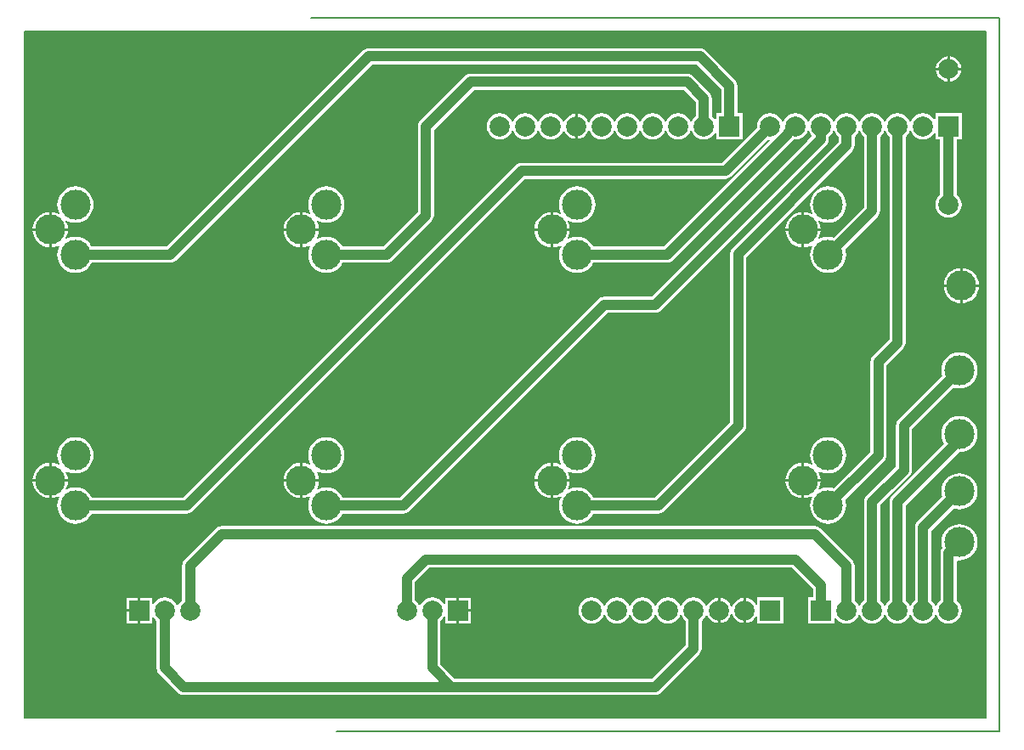
<source format=gbl>
%FSTAX23Y23*%
%MOMM*%
%SFA1B1*%

%IPPOS*%
%ADD10C,0.999998*%
%ADD11C,0.127000*%
%ADD12C,2.999994*%
%ADD13C,1.999996*%
%ADD14R,1.999996X1.999996*%
%ADD15C,0.253999*%
%ADD16C,0.507999*%
%ADD17C,1.015998*%
%ADD18C,2.031996*%
%ADD19C,4.063992*%
%ADD20C,8.127984*%
%ADD21C,16.255967*%
%LNmzeggai1-1*%
%LPD*%
G54D11*
X97726Y2305D02*
X01968D01*
Y91503*
X97726*
Y2305*
G54D15*
X97599Y23177D02*
X02095D01*
Y91376*
X97599*
Y23177*
G54D16*
X97345Y23431D02*
X02349D01*
Y91122*
X97345*
Y23431*
G54D17*
X96837Y23939D02*
X02857D01*
Y90614*
X96837*
Y23939*
G54D18*
X95821Y24955D02*
X03873D01*
Y89598*
X95821*
Y24955*
G54D19*
X93789Y26987D02*
X05905D01*
Y87566*
X93789*
Y26987*
G54D20*
X89725Y31051D02*
X09969D01*
Y83502*
X89725*
Y31051*
G54D21*
X81597Y39179D02*
X18097D01*
Y75374*
X81597*
Y39179*
X73469Y47307D02*
X26225D01*
Y67246*
X73469*
Y47307*
X65341Y55435D02*
X34353D01*
Y59118*
X65341*
Y55435*
%LNmzeggai1-2*%
%LPC*%
G36*
X79352Y48491D02*
X79135Y4847D01*
X78805Y48369*
X785Y48206*
X78233Y47987*
X78014Y4772*
X77851Y47415*
X7775Y47085*
X77729Y46868*
X79352*
Y48491*
G37*
G36*
X06979Y5105D02*
X06626Y51015D01*
X06287Y50912*
X05974Y50745*
X057Y5052*
X05475Y50246*
X05308Y49933*
X05205Y49594*
X0517Y49241*
X05205Y48888*
X05308Y48549*
X05401Y48375*
X05311Y48285*
X05153Y48369*
X04823Y4847*
X04606Y48491*
Y46868*
X06229*
X06208Y47085*
X06107Y47415*
X06023Y47573*
X06113Y47663*
X06287Y4757*
X06626Y47467*
X06979Y47432*
X07332Y47467*
X07671Y4757*
X07984Y47737*
X08258Y47962*
X08483Y48236*
X0865Y48549*
X08753Y48888*
X08788Y49241*
X08753Y49594*
X0865Y49933*
X08483Y50246*
X08258Y5052*
X07984Y50745*
X07671Y50912*
X07332Y51015*
X06979Y5105*
G37*
G36*
X54352Y48491D02*
X54135Y4847D01*
X53805Y48369*
X535Y48206*
X53233Y47987*
X53014Y4772*
X52851Y47415*
X5275Y47085*
X52729Y46868*
X54352*
Y48491*
G37*
G36*
X04352D02*
X04135Y4847D01*
X03805Y48369*
X035Y48206*
X03233Y47987*
X03014Y4772*
X02851Y47415*
X0275Y47085*
X02729Y46868*
X04352*
Y48491*
G37*
G36*
X29352D02*
X29135Y4847D01*
X28805Y48369*
X285Y48206*
X28233Y47987*
X28014Y4772*
X27851Y47415*
X2775Y47085*
X27729Y46868*
X29352*
Y48491*
G37*
G36*
X95059Y59529D02*
X94706Y59494D01*
X94366Y59392*
X94054Y59224*
X9378Y58999*
X93555Y58725*
X93387Y58413*
X93285Y58073*
X9325Y57721*
X93285Y57368*
X9335Y57153*
X88963Y52767*
X88835Y52599*
X88755Y52405*
X88727Y52196*
Y48085*
X85788Y45147*
X8566Y44979*
X8558Y44785*
X85552Y44576*
Y348*
X85432Y34708*
X85223Y34437*
X85153Y34265*
X85025*
X84955Y34437*
X84746Y34708*
X84626Y348*
Y38226*
X84598Y38435*
X84518Y38629*
X8439Y38797*
X81215Y41972*
X81047Y421*
X80853Y4218*
X80644Y42208*
X21589*
X2138Y4218*
X21186Y421*
X21018Y41972*
X17843Y38797*
X17715Y38629*
X17635Y38435*
X17607Y38226*
Y348*
X17487Y34708*
X17278Y34437*
X17207Y34265*
X1708*
X1701Y34437*
X16801Y34708*
X1653Y34917*
X16213Y35048*
X15874Y35092*
X15535Y35048*
X15218Y34917*
X14947Y34708*
X14738Y34437*
X14713Y34374*
X14588Y34399*
Y35035*
X13461*
Y33781*
Y32527*
X14588*
Y33163*
X14713Y33188*
X14738Y33125*
X14947Y32854*
X15067Y32762*
Y28066*
X15095Y27857*
X15175Y27663*
X15303Y27495*
X17208Y2559*
X17376Y25462*
X1757Y25382*
X17779Y25354*
X64769*
X64978Y25382*
X65172Y25462*
X6534Y2559*
X6915Y294*
X69278Y29568*
X69358Y29762*
X69386Y29971*
Y32762*
X69506Y32854*
X69715Y33125*
X6981Y33357*
X69937*
X70024Y33149*
X70225Y32887*
X70487Y32686*
X70792Y32559*
X70992Y32533*
Y33781*
Y35029*
X70792Y35003*
X70487Y34876*
X70225Y34675*
X70024Y34413*
X69937Y34205*
X6981*
X69715Y34437*
X69506Y34708*
X69235Y34917*
X68918Y35048*
X68579Y35092*
X6824Y35048*
X67923Y34917*
X67652Y34708*
X67443Y34437*
X67372Y34265*
X67245*
X67175Y34437*
X66966Y34708*
X66695Y34917*
X66378Y35048*
X66039Y35092*
X657Y35048*
X65383Y34917*
X65112Y34708*
X64903Y34437*
X64833Y34265*
X64705*
X64635Y34437*
X64426Y34708*
X64155Y34917*
X63838Y35048*
X63499Y35092*
X6316Y35048*
X62843Y34917*
X62572Y34708*
X62363Y34437*
X62292Y34265*
X62166*
X62095Y34437*
X61886Y34708*
X61615Y34917*
X61298Y35048*
X60959Y35092*
X6062Y35048*
X60303Y34917*
X60032Y34708*
X59823Y34437*
X59753Y34265*
X59625*
X59555Y34437*
X59346Y34708*
X59075Y34917*
X58758Y35048*
X58419Y35092*
X5808Y35048*
X57763Y34917*
X57492Y34708*
X57283Y34437*
X57152Y3412*
X57108Y33781*
X57152Y33442*
X57283Y33125*
X57492Y32854*
X57763Y32645*
X5808Y32514*
X58419Y3247*
X58758Y32514*
X59075Y32645*
X59346Y32854*
X59555Y33125*
X59625Y33297*
X59753*
X59823Y33125*
X60032Y32854*
X60303Y32645*
X6062Y32514*
X60959Y3247*
X61298Y32514*
X61615Y32645*
X61886Y32854*
X62095Y33125*
X62166Y33297*
X62292*
X62363Y33125*
X62572Y32854*
X62843Y32645*
X6316Y32514*
X63499Y3247*
X63838Y32514*
X64155Y32645*
X64426Y32854*
X64635Y33125*
X64705Y33297*
X64833*
X64903Y33125*
X65112Y32854*
X65383Y32645*
X657Y32514*
X66039Y3247*
X66378Y32514*
X66695Y32645*
X66966Y32854*
X67175Y33125*
X67245Y33297*
X67372*
X67443Y33125*
X67652Y32854*
X67772Y32762*
Y30305*
X64435Y26968*
X44783*
X43351Y284*
Y32762*
X43471Y32854*
X4368Y33125*
X43705Y33188*
X4383Y33163*
Y32527*
X44957*
Y33781*
Y35035*
X4383*
Y34399*
X43705Y34374*
X4368Y34437*
X43471Y34708*
X432Y34917*
X42883Y35048*
X42544Y35092*
X42205Y35048*
X41888Y34917*
X41617Y34708*
X41408Y34437*
X41338Y34265*
X4121*
X4114Y34437*
X40931Y34708*
X40811Y348*
Y36622*
X42243Y38054*
X78405*
X80472Y35987*
Y35081*
X79979*
Y32481*
X82579*
Y33064*
X82699Y33105*
X82892Y32854*
X83163Y32645*
X8348Y32514*
X83819Y3247*
X84158Y32514*
X84475Y32645*
X84746Y32854*
X84955Y33125*
X85025Y33297*
X85153*
X85223Y33125*
X85432Y32854*
X85703Y32645*
X8602Y32514*
X86359Y3247*
X86698Y32514*
X87015Y32645*
X87286Y32854*
X87495Y33125*
X87565Y33297*
X87692*
X87763Y33125*
X87972Y32854*
X88243Y32645*
X8856Y32514*
X88899Y3247*
X89238Y32514*
X89555Y32645*
X89826Y32854*
X90035Y33125*
X90105Y33297*
X90232*
X90303Y33125*
X90512Y32854*
X90783Y32645*
X911Y32514*
X91439Y3247*
X91778Y32514*
X92095Y32645*
X92366Y32854*
X92575Y33125*
X92645Y33297*
X92772*
X92843Y33125*
X93052Y32854*
X93323Y32645*
X9364Y32514*
X93979Y3247*
X94318Y32514*
X94635Y32645*
X94906Y32854*
X95115Y33125*
X95246Y33442*
X9529Y33781*
X95246Y3412*
X95115Y34437*
X94906Y34708*
X94786Y348*
Y38699*
X9488Y38784*
X95059Y38767*
X95411Y38802*
X95751Y38904*
X96063Y39072*
X96337Y39297*
X96562Y39571*
X9673Y39883*
X96832Y40223*
X96867Y40575*
X96832Y40928*
X9673Y41268*
X96562Y4158*
X96337Y41854*
X96063Y42079*
X95751Y42247*
X95411Y42349*
X95059Y42384*
X94706Y42349*
X94366Y42247*
X94054Y42079*
X9378Y41854*
X93555Y4158*
X93387Y41268*
X93285Y40928*
X9325Y40575*
X93285Y40223*
X93354Y39995*
X9328Y39899*
X932Y39705*
X93172Y39496*
Y348*
X93052Y34708*
X92843Y34437*
X92772Y34265*
X92645*
X92575Y34437*
X92366Y34708*
X92246Y348*
Y41702*
X94491Y43947*
X94706Y43882*
X95059Y43847*
X95411Y43882*
X95751Y43984*
X96063Y44152*
X96337Y44377*
X96562Y44651*
X9673Y44963*
X96832Y45303*
X96867Y45656*
X96832Y46008*
X9673Y46348*
X96562Y4666*
X96337Y46934*
X96063Y47159*
X95751Y47327*
X95411Y47429*
X95059Y47464*
X94706Y47429*
X94366Y47327*
X94054Y47159*
X9378Y46934*
X93555Y4666*
X93387Y46348*
X93285Y46008*
X9325Y45656*
X93285Y45303*
X9335Y45088*
X90868Y42607*
X9074Y42439*
X9066Y42245*
X90632Y42036*
Y348*
X90512Y34708*
X90303Y34437*
X90232Y34265*
X90105*
X90035Y34437*
X89826Y34708*
X89706Y348*
Y44242*
X95029Y49565*
X95059Y49562*
X95411Y49597*
X95751Y49699*
X96063Y49867*
X96337Y50092*
X96562Y50366*
X9673Y50678*
X96832Y51018*
X96867Y5137*
X96832Y51723*
X9673Y52063*
X96562Y52375*
X96337Y52649*
X96063Y52874*
X95751Y53042*
X95411Y53144*
X95059Y53179*
X94706Y53144*
X94366Y53042*
X94054Y52874*
X9378Y52649*
X93555Y52375*
X93387Y52063*
X93285Y51723*
X9325Y5137*
X93285Y51018*
X93387Y50678*
X93552Y5037*
X88328Y45147*
X882Y44979*
X8812Y44785*
X88092Y44576*
Y348*
X87972Y34708*
X87763Y34437*
X87692Y34265*
X87565*
X87495Y34437*
X87286Y34708*
X87166Y348*
Y44242*
X90105Y4718*
X90233Y47348*
X90313Y47542*
X90341Y47751*
Y51862*
X94491Y56012*
X94706Y55947*
X95059Y55912*
X95411Y55947*
X95751Y56049*
X96063Y56217*
X96337Y56442*
X96562Y56716*
X9673Y57028*
X96832Y57368*
X96867Y57721*
X96832Y58073*
X9673Y58413*
X96562Y58725*
X96337Y58999*
X96063Y59224*
X95751Y59392*
X95411Y59494*
X95059Y59529*
G37*
G36*
X95122Y66039D02*
X93499D01*
X9352Y65822*
X93621Y65492*
X93784Y65187*
X94003Y6492*
X9427Y64701*
X94575Y64538*
X94905Y64437*
X95122Y64416*
Y66039*
G37*
G36*
X81979Y5105D02*
X81626Y51015D01*
X81287Y50912*
X80974Y50745*
X807Y5052*
X80475Y50246*
X80308Y49933*
X80205Y49594*
X8017Y49241*
X80205Y48888*
X80308Y48549*
X80401Y48375*
X80311Y48285*
X80153Y48369*
X79823Y4847*
X79606Y48491*
Y46868*
X81229*
X81208Y47085*
X81107Y47415*
X81023Y47573*
X81113Y47663*
X81287Y4757*
X81626Y47467*
X81979Y47432*
X82332Y47467*
X82671Y4757*
X82984Y47737*
X83258Y47962*
X83483Y48236*
X8365Y48549*
X83753Y48888*
X83788Y49241*
X83753Y49594*
X8365Y49933*
X83483Y50246*
X83258Y5052*
X82984Y50745*
X82671Y50912*
X82332Y51015*
X81979Y5105*
G37*
G36*
X31979D02*
X31626Y51015D01*
X31287Y50912*
X30974Y50745*
X307Y5052*
X30475Y50246*
X30308Y49933*
X30205Y49594*
X3017Y49241*
X30205Y48888*
X30308Y48549*
X30401Y48375*
X30311Y48285*
X30153Y48369*
X29823Y4847*
X29606Y48491*
Y46868*
X31229*
X31208Y47085*
X31107Y47415*
X31023Y47573*
X31113Y47663*
X31287Y4757*
X31626Y47467*
X31979Y47432*
X32332Y47467*
X32671Y4757*
X32984Y47737*
X33258Y47962*
X33483Y48236*
X3365Y48549*
X33753Y48888*
X33788Y49241*
X33753Y49594*
X3365Y49933*
X33483Y50246*
X33258Y5052*
X32984Y50745*
X32671Y50912*
X32332Y51015*
X31979Y5105*
G37*
G36*
X56979D02*
X56626Y51015D01*
X56287Y50912*
X55974Y50745*
X557Y5052*
X55475Y50246*
X55308Y49933*
X55205Y49594*
X5517Y49241*
X55205Y48888*
X55308Y48549*
X55401Y48375*
X55311Y48285*
X55153Y48369*
X54823Y4847*
X54606Y48491*
Y46868*
X56229*
X56208Y47085*
X56107Y47415*
X56023Y47573*
X56113Y47663*
X56287Y4757*
X56626Y47467*
X56979Y47432*
X57332Y47467*
X57671Y4757*
X57984Y47737*
X58258Y47962*
X58483Y48236*
X5865Y48549*
X58753Y48888*
X58788Y49241*
X58753Y49594*
X5865Y49933*
X58483Y50246*
X58258Y5052*
X57984Y50745*
X57671Y50912*
X57332Y51015*
X56979Y5105*
G37*
G36*
X46338Y35035D02*
X45211D01*
Y33908*
X46338*
Y35035*
G37*
G36*
X73532Y35029D02*
X73332Y35003D01*
X73027Y34876*
X72765Y34675*
X72564Y34413*
X72452Y34145*
X72325*
X72214Y34413*
X72013Y34675*
X71751Y34876*
X71446Y35003*
X71246Y35029*
Y33781*
Y32533*
X71446Y32559*
X71751Y32686*
X72013Y32887*
X72214Y33149*
X72325Y33417*
X72452*
X72564Y33149*
X72765Y32887*
X73027Y32686*
X73332Y32559*
X73532Y32533*
Y33781*
Y35029*
G37*
G36*
X13207Y35035D02*
X1208D01*
Y33908*
X13207*
Y35035*
G37*
G36*
Y33654D02*
X1208D01*
Y32527*
X13207*
Y33654*
G37*
G36*
X46338D02*
X45211D01*
Y32527*
X46338*
Y33654*
G37*
G36*
X54352Y46614D02*
X52729D01*
X5275Y46397*
X52851Y46067*
X53014Y45762*
X53233Y45495*
X535Y45276*
X53805Y45113*
X54135Y45012*
X54352Y44991*
Y46614*
G37*
G36*
X79352D02*
X77729D01*
X7775Y46397*
X77851Y46067*
X78014Y45762*
X78233Y45495*
X785Y45276*
X78805Y45113*
X79135Y45012*
X79352Y44991*
Y46614*
G37*
G36*
X29352D02*
X27729D01*
X2775Y46397*
X27851Y46067*
X28014Y45762*
X28233Y45495*
X285Y45276*
X28805Y45113*
X29135Y45012*
X29352Y44991*
Y46614*
G37*
G36*
X77499Y35081D02*
X74899D01*
Y3439*
X74774Y34365*
X74754Y34413*
X74553Y34675*
X74291Y34876*
X73986Y35003*
X73786Y35029*
Y33781*
Y32533*
X73986Y32559*
X74291Y32686*
X74553Y32887*
X74754Y33149*
X74774Y33197*
X74899Y33172*
Y32481*
X77499*
Y35081*
G37*
G36*
X04352Y46614D02*
X02729D01*
X0275Y46397*
X02851Y46067*
X03014Y45762*
X03233Y45495*
X035Y45276*
X03805Y45113*
X04135Y45012*
X04352Y44991*
Y46614*
G37*
G36*
X96999Y66039D02*
X95376D01*
Y64416*
X95593Y64437*
X95923Y64538*
X96228Y64701*
X96495Y6492*
X96714Y65187*
X96877Y65492*
X96978Y65822*
X96999Y66039*
G37*
G36*
X54355Y83352D02*
X54016Y83308D01*
X53699Y83177*
X53428Y82968*
X53219Y82697*
X53149Y82525*
X53021*
X52951Y82697*
X52742Y82968*
X52471Y83177*
X52154Y83308*
X51815Y83352*
X51476Y83308*
X51159Y83177*
X50888Y82968*
X50679Y82697*
X50609Y82525*
X50481*
X50411Y82697*
X50202Y82968*
X49931Y83177*
X49614Y83308*
X49275Y83352*
X48936Y83308*
X48619Y83177*
X48348Y82968*
X48139Y82697*
X48008Y8238*
X47964Y82041*
X48008Y81702*
X48139Y81385*
X48348Y81114*
X48619Y80905*
X48936Y80774*
X49275Y8073*
X49614Y80774*
X49931Y80905*
X50202Y81114*
X50411Y81385*
X50481Y81557*
X50609*
X50679Y81385*
X50888Y81114*
X51159Y80905*
X51476Y80774*
X51815Y8073*
X52154Y80774*
X52471Y80905*
X52742Y81114*
X52951Y81385*
X53021Y81557*
X53149*
X53219Y81385*
X53428Y81114*
X53699Y80905*
X54016Y80774*
X54355Y8073*
X54694Y80774*
X55011Y80905*
X55282Y81114*
X55491Y81385*
X55586Y81617*
X55713*
X558Y81409*
X56001Y81147*
X56263Y80946*
X56568Y80819*
X56768Y80793*
Y82041*
Y83289*
X56568Y83263*
X56263Y83136*
X56001Y82935*
X558Y82673*
X55713Y82465*
X55586*
X55491Y82697*
X55282Y82968*
X55011Y83177*
X54694Y83308*
X54355Y83352*
G37*
G36*
X91439D02*
X911Y83308D01*
X90783Y83177*
X90512Y82968*
X90303Y82697*
X90232Y82525*
X90105*
X90035Y82697*
X89826Y82968*
X89555Y83177*
X89238Y83308*
X88899Y83352*
X8856Y83308*
X88243Y83177*
X87972Y82968*
X87763Y82697*
X87692Y82525*
X87565*
X87495Y82697*
X87286Y82968*
X87015Y83177*
X86698Y83308*
X86359Y83352*
X8602Y83308*
X85703Y83177*
X85432Y82968*
X85223Y82697*
X85153Y82525*
X85025*
X84955Y82697*
X84746Y82968*
X84475Y83177*
X84158Y83308*
X83819Y83352*
X8348Y83308*
X83163Y83177*
X82892Y82968*
X82683Y82697*
X82613Y82525*
X82486*
X82415Y82697*
X82206Y82968*
X81935Y83177*
X81618Y83308*
X81279Y83352*
X8094Y83308*
X80623Y83177*
X80352Y82968*
X80143Y82697*
X80073Y82525*
X79946*
X79875Y82697*
X79666Y82968*
X79395Y83177*
X79078Y83308*
X78739Y83352*
X784Y83308*
X78083Y83177*
X77812Y82968*
X77603Y82697*
X77533Y82525*
X77406*
X77335Y82697*
X77126Y82968*
X76855Y83177*
X76538Y83308*
X76199Y83352*
X7586Y83308*
X75543Y83177*
X75272Y82968*
X75063Y82697*
X74932Y8238*
X74888Y82041*
X74908Y81891*
X7142Y78403*
X51434*
X51225Y78375*
X51031Y78295*
X50863Y78167*
X17745Y45048*
X08589*
X08483Y45246*
X08258Y4552*
X07984Y45745*
X07671Y45912*
X07332Y46015*
X06979Y4605*
X06626Y46015*
X06287Y45912*
X06113Y45819*
X06023Y45909*
X06107Y46067*
X06208Y46397*
X06229Y46614*
X04606*
Y44991*
X04823Y45012*
X05153Y45113*
X05311Y45197*
X05401Y45107*
X05308Y44933*
X05205Y44594*
X0517Y44241*
X05205Y43888*
X05308Y43549*
X05475Y43236*
X057Y42962*
X05974Y42737*
X06287Y4257*
X06626Y42467*
X06979Y42432*
X07332Y42467*
X07671Y4257*
X07984Y42737*
X08258Y42962*
X08483Y43236*
X08589Y43434*
X18079*
X18288Y43462*
X18482Y43542*
X1865Y4367*
X51768Y76789*
X71754*
X71963Y76817*
X72157Y76897*
X72325Y77025*
X76025Y80725*
X76148Y80697*
X76175Y80618*
X65605Y70048*
X58589*
X58483Y70246*
X58258Y7052*
X57984Y70745*
X57671Y70912*
X57332Y71015*
X56979Y7105*
X56626Y71015*
X56287Y70912*
X56113Y70819*
X56023Y70909*
X56107Y71067*
X56208Y71397*
X56229Y71614*
X54606*
Y69991*
X54823Y70012*
X55153Y70113*
X55311Y70197*
X55401Y70107*
X55308Y69933*
X55205Y69594*
X5517Y69241*
X55205Y68888*
X55308Y68549*
X55475Y68236*
X557Y67962*
X55974Y67737*
X56287Y6757*
X56626Y67467*
X56979Y67432*
X57332Y67467*
X57671Y6757*
X57984Y67737*
X58258Y67962*
X58483Y68236*
X58589Y68434*
X65939*
X66148Y68462*
X66342Y68542*
X6651Y6867*
X77491Y79652*
X77515Y7967*
X7857Y80725*
X78588Y80749*
X78589Y8075*
X78739Y8073*
X79078Y80774*
X79395Y80905*
X79666Y81114*
X79875Y81385*
X79946Y81557*
X80073*
X80143Y81385*
X80352Y81114*
X79927Y8056*
X64435Y65068*
X59689*
X5948Y6504*
X59286Y6496*
X59118Y64832*
X39335Y45048*
X33589*
X33483Y45246*
X33258Y4552*
X32984Y45745*
X32671Y45912*
X32332Y46015*
X31979Y4605*
X31626Y46015*
X31287Y45912*
X31113Y45819*
X31023Y45909*
X31107Y46067*
X31208Y46397*
X31229Y46614*
X29606*
Y44991*
X29823Y45012*
X30153Y45113*
X30311Y45197*
X30401Y45107*
X30308Y44933*
X30205Y44594*
X3017Y44241*
X30205Y43888*
X30308Y43549*
X30475Y43236*
X307Y42962*
X30974Y42737*
X31287Y4257*
X31626Y42467*
X31979Y42432*
X32332Y42467*
X32671Y4257*
X32984Y42737*
X33258Y42962*
X33483Y43236*
X33589Y43434*
X39669*
X39878Y43462*
X40072Y43542*
X4024Y4367*
X60023Y63454*
X64769*
X64978Y63482*
X65172Y63562*
X6534Y6369*
X8179Y80141*
X81918Y80308*
X81999Y80503*
X82026Y80712*
Y80976*
X82206Y81114*
X82415Y81385*
X82486Y81557*
X82613*
X82683Y81385*
X82892Y81114*
X83012Y81022*
Y8047*
X72453Y69912*
X72325Y69744*
X72245Y6955*
X72217Y69341*
Y5253*
X64735Y45048*
X58589*
X58483Y45246*
X58258Y4552*
X57984Y45745*
X57671Y45912*
X57332Y46015*
X56979Y4605*
X56626Y46015*
X56287Y45912*
X56113Y45819*
X56023Y45909*
X56107Y46067*
X56208Y46397*
X56229Y46614*
X54606*
Y44991*
X54823Y45012*
X55153Y45113*
X55311Y45197*
X55401Y45107*
X55308Y44933*
X55205Y44594*
X5517Y44241*
X55205Y43888*
X55308Y43549*
X55475Y43236*
X557Y42962*
X55974Y42737*
X56287Y4257*
X56626Y42467*
X56979Y42432*
X57332Y42467*
X57671Y4257*
X57984Y42737*
X58258Y42962*
X58483Y43236*
X58589Y43434*
X65069*
X65278Y43462*
X65472Y43542*
X6564Y4367*
X73595Y51625*
X73723Y51793*
X73803Y51987*
X73831Y52196*
Y69007*
X8439Y79565*
X84518Y79733*
X84598Y79927*
X84626Y80136*
Y81022*
X84746Y81114*
X84955Y81385*
X85025Y81557*
X85153*
X85223Y81385*
X85432Y81114*
X85552Y81022*
Y73955*
X82547Y7095*
X82332Y71015*
X81979Y7105*
X81626Y71015*
X81287Y70912*
X81113Y70819*
X81023Y70909*
X81107Y71067*
X81208Y71397*
X81229Y71614*
X79606*
Y69991*
X79823Y70012*
X80153Y70113*
X80311Y70197*
X80401Y70107*
X80308Y69933*
X80205Y69594*
X8017Y69241*
X80205Y68888*
X80308Y68549*
X80475Y68236*
X807Y67962*
X80974Y67737*
X81287Y6757*
X81626Y67467*
X81979Y67432*
X82332Y67467*
X82671Y6757*
X82984Y67737*
X83258Y67962*
X83483Y68236*
X8365Y68549*
X83753Y68888*
X83788Y69241*
X83753Y69594*
X83688Y69809*
X8693Y7305*
X87058Y73218*
X87138Y73412*
X87166Y73621*
Y81022*
X87286Y81114*
X87495Y81385*
X87565Y81557*
X87692*
X87763Y81385*
X87972Y81114*
X88092Y81022*
Y60785*
X86423Y59117*
X86295Y58949*
X86215Y58755*
X86187Y58546*
Y4959*
X82547Y4595*
X82332Y46015*
X81979Y4605*
X81626Y46015*
X81287Y45912*
X81113Y45819*
X81023Y45909*
X81107Y46067*
X81208Y46397*
X81229Y46614*
X79606*
Y44991*
X79823Y45012*
X80153Y45113*
X80311Y45197*
X80401Y45107*
X80308Y44933*
X80205Y44594*
X8017Y44241*
X80205Y43888*
X80308Y43549*
X80475Y43236*
X807Y42962*
X80974Y42737*
X81287Y4257*
X81626Y42467*
X81979Y42432*
X82332Y42467*
X82671Y4257*
X82984Y42737*
X83258Y42962*
X83483Y43236*
X8365Y43549*
X83753Y43888*
X83788Y44241*
X83753Y44594*
X83688Y44809*
X87565Y48685*
X87693Y48853*
X87773Y49047*
X87801Y49256*
Y58212*
X8947Y5988*
X89598Y60048*
X89678Y60242*
X89706Y60451*
Y81022*
X89826Y81114*
X90035Y81385*
X90105Y81557*
X90232*
X90303Y81385*
X90512Y81114*
X90783Y80905*
X911Y80774*
X91439Y8073*
X91778Y80774*
X92095Y80905*
X92366Y81114*
X92559Y81365*
X92679Y81324*
Y80741*
X93157*
Y7525*
X93036Y75158*
X92828Y74886*
X92697Y7457*
X92652Y7423*
X92697Y73891*
X92828Y73575*
X93036Y73303*
X93308Y73095*
X93624Y72964*
X93964Y72919*
X94303Y72964*
X94619Y73095*
X94891Y73303*
X95099Y73575*
X9523Y73891*
X95275Y7423*
X9523Y7457*
X95099Y74886*
X94891Y75158*
X9477Y7525*
Y80741*
X95279*
Y83341*
X92679*
Y82758*
X92559Y82717*
X92366Y82968*
X92095Y83177*
X91778Y83308*
X91439Y83352*
G37*
G36*
X81979Y7605D02*
X81626Y76015D01*
X81287Y75912*
X80974Y75745*
X807Y7552*
X80475Y75246*
X80308Y74933*
X80205Y74594*
X8017Y74241*
X80205Y73888*
X80308Y73549*
X80401Y73375*
X80311Y73285*
X80153Y73369*
X79823Y7347*
X79606Y73491*
Y71868*
X81229*
X81208Y72085*
X81107Y72415*
X81023Y72573*
X81113Y72663*
X81287Y7257*
X81626Y72467*
X81979Y72432*
X82332Y72467*
X82671Y7257*
X82984Y72737*
X83258Y72962*
X83483Y73236*
X8365Y73549*
X83753Y73888*
X83788Y74241*
X83753Y74594*
X8365Y74933*
X83483Y75246*
X83258Y7552*
X82984Y75745*
X82671Y75912*
X82332Y76015*
X81979Y7605*
G37*
G36*
X31979D02*
X31626Y76015D01*
X31287Y75912*
X30974Y75745*
X307Y7552*
X30475Y75246*
X30308Y74933*
X30205Y74594*
X3017Y74241*
X30205Y73888*
X30308Y73549*
X30401Y73375*
X30311Y73285*
X30153Y73369*
X29823Y7347*
X29606Y73491*
Y71868*
X31229*
X31208Y72085*
X31107Y72415*
X31023Y72573*
X31113Y72663*
X31287Y7257*
X31626Y72467*
X31979Y72432*
X32332Y72467*
X32671Y7257*
X32984Y72737*
X33258Y72962*
X33483Y73236*
X3365Y73549*
X33753Y73888*
X33788Y74241*
X33753Y74594*
X3365Y74933*
X33483Y75246*
X33258Y7552*
X32984Y75745*
X32671Y75912*
X32332Y76015*
X31979Y7605*
G37*
G36*
X56979D02*
X56626Y76015D01*
X56287Y75912*
X55974Y75745*
X557Y7552*
X55475Y75246*
X55308Y74933*
X55205Y74594*
X5517Y74241*
X55205Y73888*
X55308Y73549*
X55401Y73375*
X55311Y73285*
X55153Y73369*
X54823Y7347*
X54606Y73491*
Y71868*
X56229*
X56208Y72085*
X56107Y72415*
X56023Y72573*
X56113Y72663*
X56287Y7257*
X56626Y72467*
X56979Y72432*
X57332Y72467*
X57671Y7257*
X57984Y72737*
X58258Y72962*
X58483Y73236*
X5865Y73549*
X58753Y73888*
X58788Y74241*
X58753Y74594*
X5865Y74933*
X58483Y75246*
X58258Y7552*
X57984Y75745*
X57671Y75912*
X57332Y76015*
X56979Y7605*
G37*
G36*
X93852Y89004D02*
X93652Y88978D01*
X93347Y88851*
X93085Y8865*
X92884Y88388*
X92757Y88083*
X92731Y87883*
X93852*
Y89004*
G37*
G36*
X94106D02*
Y87883D01*
X95227*
X95201Y88083*
X95074Y88388*
X94873Y8865*
X94611Y88851*
X94306Y88978*
X94106Y89004*
G37*
G36*
X95227Y87629D02*
X94106D01*
Y86508*
X94306Y86534*
X94611Y86661*
X94873Y86862*
X95074Y87124*
X95201Y87429*
X95227Y87629*
G37*
G36*
X69214Y89833D02*
X36194D01*
X35985Y89805*
X35848Y89748*
X35791Y89725*
X35718Y89669*
X35623Y89597*
X16075Y70048*
X08589*
X08483Y70246*
X08453Y70282*
X08413Y70379*
X08285Y70547*
X08117Y70675*
X0802Y70715*
X07984Y70745*
X07671Y70912*
X07332Y71015*
X06979Y7105*
X06626Y71015*
X06287Y70912*
X06113Y70819*
X06023Y70909*
X06107Y71067*
X06208Y71397*
X06229Y71614*
X04606*
Y69991*
X04823Y70012*
X05153Y70113*
X05311Y70197*
X05401Y70107*
X05308Y69933*
X05205Y69594*
X0517Y69241*
X05205Y68888*
X05308Y68549*
X05475Y68236*
X057Y67962*
X05974Y67737*
X06287Y6757*
X06626Y67467*
X06979Y67432*
X07332Y67467*
X07671Y6757*
X07984Y67737*
X08258Y67962*
X08483Y68236*
X08589Y68434*
X16409*
X16618Y68462*
X16812Y68542*
X1698Y6867*
X36528Y88219*
X6888*
X71328Y85771*
Y83341*
X70835*
Y82758*
X70715Y82717*
X70522Y82968*
X70402Y8306*
Y84835*
X70374Y85044*
X70294Y85238*
X70166Y85406*
X68515Y87057*
X68347Y87185*
X68153Y87265*
X67944Y87293*
X46354*
X46145Y87265*
X45951Y87185*
X45783Y87057*
X41338Y82612*
X4121Y82444*
X4113Y8225*
X41102Y82041*
Y73485*
X37665Y70048*
X33589*
X33483Y70246*
X33258Y7052*
X32984Y70745*
X32671Y70912*
X32332Y71015*
X31979Y7105*
X31626Y71015*
X31287Y70912*
X31113Y70819*
X31023Y70909*
X31107Y71067*
X31208Y71397*
X31229Y71614*
X29606*
Y69991*
X29823Y70012*
X30153Y70113*
X30311Y70197*
X30401Y70107*
X30308Y69933*
X30205Y69594*
X3017Y69241*
X30205Y68888*
X30308Y68549*
X30475Y68236*
X307Y67962*
X30974Y67737*
X31287Y6757*
X31626Y67467*
X31979Y67432*
X32332Y67467*
X32671Y6757*
X32984Y67737*
X33258Y67962*
X33483Y68236*
X33589Y68434*
X37999*
X38208Y68462*
X38402Y68542*
X3857Y6867*
X4248Y7258*
X42608Y72748*
X42688Y72942*
X42716Y73151*
Y81707*
X46688Y85679*
X6761*
X68788Y84501*
Y8306*
X68668Y82968*
X68459Y82697*
X68389Y82525*
X68261*
X68191Y82697*
X67982Y82968*
X67711Y83177*
X67394Y83308*
X67055Y83352*
X66716Y83308*
X66399Y83177*
X66128Y82968*
X65919Y82697*
X65849Y82525*
X65722*
X65651Y82697*
X65442Y82968*
X65171Y83177*
X64854Y83308*
X64515Y83352*
X64176Y83308*
X63859Y83177*
X63588Y82968*
X63379Y82697*
X63309Y82525*
X63181*
X63111Y82697*
X62902Y82968*
X62631Y83177*
X62314Y83308*
X61975Y83352*
X61636Y83308*
X61319Y83177*
X61048Y82968*
X60839Y82697*
X60769Y82525*
X60642*
X60571Y82697*
X60362Y82968*
X60091Y83177*
X59774Y83308*
X59435Y83352*
X59096Y83308*
X58779Y83177*
X58508Y82968*
X58299Y82697*
X58204Y82465*
X58077*
X5799Y82673*
X57789Y82935*
X57527Y83136*
X57222Y83263*
X57022Y83289*
Y82041*
Y80793*
X57222Y80819*
X57527Y80946*
X57789Y81147*
X5799Y81409*
X58077Y81617*
X58204*
X58299Y81385*
X58508Y81114*
X58779Y80905*
X59096Y80774*
X59435Y8073*
X59774Y80774*
X60091Y80905*
X60362Y81114*
X60571Y81385*
X60642Y81557*
X60769*
X60839Y81385*
X61048Y81114*
X61319Y80905*
X61636Y80774*
X61975Y8073*
X62314Y80774*
X62631Y80905*
X62902Y81114*
X63111Y81385*
X63181Y81557*
X63309*
X63379Y81385*
X63588Y81114*
X63859Y80905*
X64176Y80774*
X64515Y8073*
X64854Y80774*
X65171Y80905*
X65442Y81114*
X65651Y81385*
X65722Y81557*
X65849*
X65919Y81385*
X66128Y81114*
X66399Y80905*
X66716Y80774*
X67055Y8073*
X67394Y80774*
X67711Y80905*
X67982Y81114*
X68191Y81385*
X68261Y81557*
X68389*
X68459Y81385*
X68668Y81114*
X68939Y80905*
X69256Y80774*
X69595Y8073*
X69934Y80774*
X70251Y80905*
X70522Y81114*
X70715Y81365*
X70835Y81324*
Y80741*
X73435*
Y83341*
X72942*
Y86105*
X72914Y86314*
X72834Y86508*
X72706Y86676*
X69785Y89597*
X69617Y89725*
X69423Y89805*
X69214Y89833*
G37*
G36*
X93852Y87629D02*
X92731D01*
X92757Y87429*
X92884Y87124*
X93085Y86862*
X93347Y86661*
X93652Y86534*
X93852Y86508*
Y87629*
G37*
G36*
X06979Y7605D02*
X06626Y76015D01*
X06287Y75912*
X05974Y75745*
X057Y7552*
X05475Y75246*
X05308Y74933*
X05205Y74594*
X0517Y74241*
X05205Y73888*
X05308Y73549*
X05401Y73375*
X05311Y73285*
X05153Y73369*
X04823Y7347*
X04606Y73491*
Y71868*
X06229*
X06208Y72085*
X06107Y72415*
X06023Y72573*
X06113Y72663*
X06287Y7257*
X06626Y72467*
X06979Y72432*
X07332Y72467*
X07671Y7257*
X07984Y72737*
X08258Y72962*
X08483Y73236*
X0865Y73549*
X08753Y73888*
X08788Y74241*
X08753Y74594*
X0865Y74933*
X08483Y75246*
X08258Y7552*
X07984Y75745*
X07671Y75912*
X07332Y76015*
X06979Y7605*
G37*
G36*
X29352Y71614D02*
X27729D01*
X2775Y71397*
X27851Y71067*
X28014Y70762*
X28233Y70495*
X285Y70276*
X28805Y70113*
X29135Y70012*
X29352Y69991*
Y71614*
G37*
G36*
X54352D02*
X52729D01*
X5275Y71397*
X52851Y71067*
X53014Y70762*
X53233Y70495*
X535Y70276*
X53805Y70113*
X54135Y70012*
X54352Y69991*
Y71614*
G37*
G36*
X04352D02*
X02729D01*
X0275Y71397*
X02851Y71067*
X03014Y70762*
X03233Y70495*
X035Y70276*
X03805Y70113*
X04135Y70012*
X04352Y69991*
Y71614*
G37*
G36*
X95122Y67916D02*
X94905Y67895D01*
X94575Y67794*
X9427Y67631*
X94003Y67412*
X93784Y67145*
X93621Y6684*
X9352Y6651*
X93499Y66293*
X95122*
Y67916*
G37*
G36*
X95376D02*
Y66293D01*
X96999*
X96978Y6651*
X96877Y6684*
X96714Y67145*
X96495Y67412*
X96228Y67631*
X95923Y67794*
X95593Y67895*
X95376Y67916*
G37*
G36*
X54352Y73491D02*
X54135Y7347D01*
X53805Y73369*
X535Y73206*
X53233Y72987*
X53014Y7272*
X52851Y72415*
X5275Y72085*
X52729Y71868*
X54352*
Y73491*
G37*
G36*
X79352D02*
X79135Y7347D01*
X78805Y73369*
X785Y73206*
X78233Y72987*
X78014Y7272*
X77851Y72415*
X7775Y72085*
X77729Y71868*
X79352*
Y73491*
G37*
G36*
X29352D02*
X29135Y7347D01*
X28805Y73369*
X285Y73206*
X28233Y72987*
X28014Y7272*
X27851Y72415*
X2775Y72085*
X27729Y71868*
X29352*
Y73491*
G37*
G36*
X79352Y71614D02*
X77729D01*
X7775Y71397*
X77851Y71067*
X78014Y70762*
X78233Y70495*
X785Y70276*
X78805Y70113*
X79135Y70012*
X79352Y69991*
Y71614*
G37*
G36*
X04352Y73491D02*
X04135Y7347D01*
X03805Y73369*
X035Y73206*
X03233Y72987*
X03014Y7272*
X02851Y72415*
X0275Y72085*
X02729Y71868*
X04352*
Y73491*
G37*
%LNmzeggai1-3*%
%LPD*%
G54D10*
X06979Y69241D02*
X07714Y69976D01*
X93964Y7423D02*
Y82026D01*
X93979Y33781D02*
Y39496D01*
X95059Y40575*
X91439Y42036D02*
X95059Y45656D01*
X91439Y33781D02*
Y42036D01*
X95059Y50735D02*
Y5137D01*
X88899Y44576D02*
X95059Y50735D01*
X88899Y33781D02*
Y44576D01*
X86359Y33781D02*
Y44576D01*
X89534Y47751*
Y52196*
X95059Y57721*
X81979Y44241D02*
X86994Y49256D01*
Y58546*
X88899Y60451*
Y82041*
X81979Y69241D02*
X86359Y73621D01*
Y82041*
X06979Y44241D02*
X18079D01*
X51434Y77596*
X71754*
X76199Y82041*
X69595D02*
Y84835D01*
X64769Y64261D02*
X8122Y80712D01*
Y82041*
X73024Y69341D02*
X83819Y80136D01*
Y82041*
X56979Y44241D02*
X65069D01*
X73024Y52196*
Y69341*
X31979Y44241D02*
X39669D01*
X59689Y64261*
X64769*
X31979Y69241D02*
X37999D01*
X41909Y73151*
Y82041*
X72135D02*
Y86105D01*
X41909Y82041D02*
X46354Y86486D01*
X67944*
X69595Y84835*
X36194Y89026D02*
X69214D01*
X72135Y86105*
X16409Y69241D02*
X36194Y89026D01*
X06979Y69241D02*
X16409D01*
X83819Y33781D02*
Y38226D01*
X18414Y33781D02*
Y38226D01*
X42544Y28066D02*
X44449Y26161D01*
X17779D02*
X44449D01*
X15874Y28066D02*
X17779Y26161D01*
X15874Y28066D02*
Y33146D01*
X68579Y29971D02*
Y33781D01*
X64769Y26161D02*
X68579Y29971D01*
X44449Y26161D02*
X64769D01*
X40004Y33781D02*
Y36956D01*
X81279Y33781D02*
Y36321D01*
X56979Y69241D02*
X65939D01*
X76939Y80241*
X76945*
X77999Y81295*
Y81301*
X78739Y82041*
X18414Y38226D02*
X21589Y41401D01*
X80644*
X83819Y38226*
X78739Y38861D02*
X81279Y36321D01*
X40004Y36956D02*
X41909Y38861D01*
X78739*
X42544Y28066D02*
Y33781D01*
G54D11*
X99059Y35051D02*
Y69341D01*
X33019Y21716D02*
X99059D01*
X30479Y92836D02*
X85724D01*
X99059*
Y69341D02*
Y92836D01*
Y21716D02*
Y26796D01*
Y35051*
G54D12*
X95249Y66166D03*
X95059Y57721D03*
Y5137D03*
Y45656D03*
Y40575D03*
X04479Y71741D03*
X06979Y69241D03*
Y74241D03*
X29479Y71741D03*
X31979Y69241D03*
Y74241D03*
X54479Y71741D03*
X56979Y69241D03*
Y74241D03*
X04479Y46741D03*
X06979Y44241D03*
Y49241D03*
X54479Y46741D03*
X56979Y44241D03*
Y49241D03*
X29479Y46741D03*
X31979Y44241D03*
Y49241D03*
X79479Y71741D03*
X81979Y69241D03*
Y74241D03*
X79479Y46741D03*
X81979Y44241D03*
Y49241D03*
G54D13*
X93979Y87756D03*
X93964Y7423D03*
X71119Y33781D03*
X73659D03*
X58419D03*
X60959D03*
X63499D03*
X66039D03*
X68579D03*
X88899Y82041D03*
X91439D03*
X76199D03*
X78739D03*
X81279D03*
X83819D03*
X86359D03*
X49275D03*
X51815D03*
X54355D03*
X56895D03*
X59435D03*
X61975D03*
X64515D03*
X67055D03*
X69595D03*
X93979Y33781D03*
X91439D03*
X88899D03*
X86359D03*
X83819D03*
X18414D03*
X15874D03*
X40004D03*
X42544D03*
G54D14*
X76199Y33781D03*
X93979Y82041D03*
X72135D03*
X81279Y33781D03*
X13334D03*
X45084D03*
M02*
</source>
